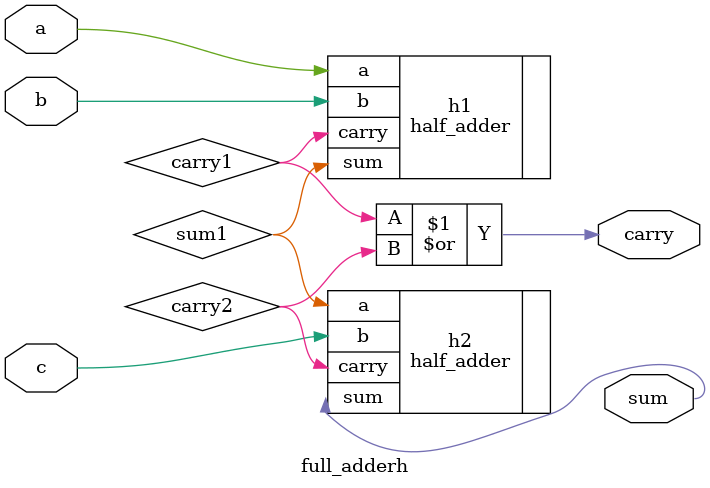
<source format=v>
module full_adderh (a,b,c,sum,carry);
input a,b,c;
output sum,carry;
wire sum1,carry1,carry2;
half_adder h1 (.a(a),.b(b),.sum(sum1),.carry(carry1));
half_adder h2 (.a(sum1),.b(c),.sum(sum),.carry(carry2));
assign carry=carry1|carry2;
endmodule //full_adderh
</source>
